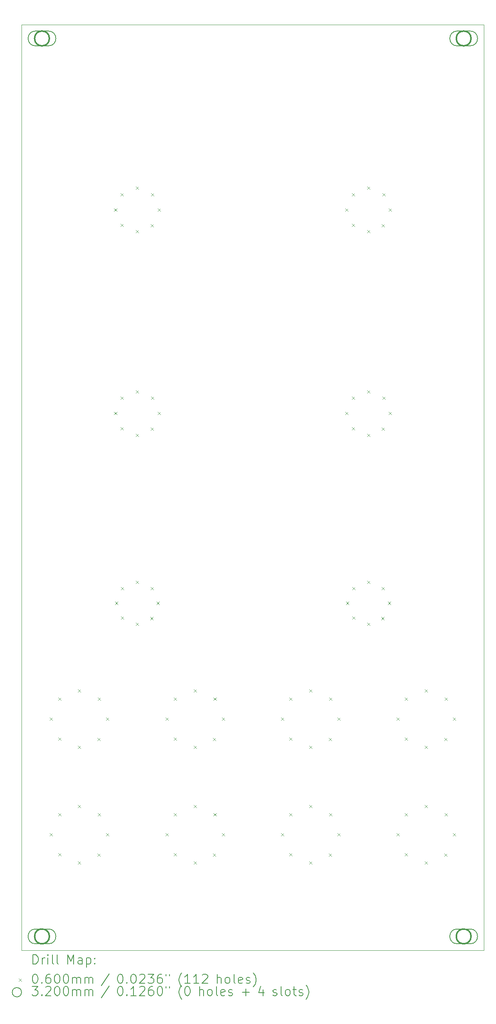
<source format=gbr>
%TF.GenerationSoftware,KiCad,Pcbnew,7.0.0-da2b9df05c~163~ubuntu22.04.1*%
%TF.CreationDate,2023-02-21T20:49:09-05:00*%
%TF.ProjectId,mfos_vca-panel,6d666f73-5f76-4636-912d-70616e656c2e,rev?*%
%TF.SameCoordinates,Original*%
%TF.FileFunction,Drillmap*%
%TF.FilePolarity,Positive*%
%FSLAX45Y45*%
G04 Gerber Fmt 4.5, Leading zero omitted, Abs format (unit mm)*
G04 Created by KiCad (PCBNEW 7.0.0-da2b9df05c~163~ubuntu22.04.1) date 2023-02-21 20:49:09*
%MOMM*%
%LPD*%
G01*
G04 APERTURE LIST*
%ADD10C,0.050000*%
%ADD11C,0.200000*%
%ADD12C,0.060000*%
%ADD13C,0.320000*%
G04 APERTURE END LIST*
D10*
X1700000Y-600000D02*
X11700000Y-600000D01*
X11700000Y-600000D02*
X11700000Y-20600000D01*
X11700000Y-20600000D02*
X1700000Y-20600000D01*
X1700000Y-20600000D02*
X1700000Y-600000D01*
D11*
D12*
X2310000Y-15570000D02*
X2370000Y-15630000D01*
X2370000Y-15570000D02*
X2310000Y-15630000D01*
X2310000Y-18070000D02*
X2370000Y-18130000D01*
X2370000Y-18070000D02*
X2310000Y-18130000D01*
X2490000Y-15140000D02*
X2550000Y-15200000D01*
X2550000Y-15140000D02*
X2490000Y-15200000D01*
X2490000Y-16000000D02*
X2550000Y-16060000D01*
X2550000Y-16000000D02*
X2490000Y-16060000D01*
X2490000Y-17640000D02*
X2550000Y-17700000D01*
X2550000Y-17640000D02*
X2490000Y-17700000D01*
X2490000Y-18500000D02*
X2550000Y-18560000D01*
X2550000Y-18500000D02*
X2490000Y-18560000D01*
X2920000Y-14960000D02*
X2980000Y-15020000D01*
X2980000Y-14960000D02*
X2920000Y-15020000D01*
X2920000Y-16180000D02*
X2980000Y-16240000D01*
X2980000Y-16180000D02*
X2920000Y-16240000D01*
X2920000Y-17460000D02*
X2980000Y-17520000D01*
X2980000Y-17460000D02*
X2920000Y-17520000D01*
X2920000Y-18680000D02*
X2980000Y-18740000D01*
X2980000Y-18680000D02*
X2920000Y-18740000D01*
X3340000Y-16010000D02*
X3400000Y-16070000D01*
X3400000Y-16010000D02*
X3340000Y-16070000D01*
X3340000Y-18510000D02*
X3400000Y-18570000D01*
X3400000Y-18510000D02*
X3340000Y-18570000D01*
X3350000Y-15140000D02*
X3410000Y-15200000D01*
X3410000Y-15140000D02*
X3350000Y-15200000D01*
X3350000Y-17640000D02*
X3410000Y-17700000D01*
X3410000Y-17640000D02*
X3350000Y-17700000D01*
X3530000Y-15570000D02*
X3590000Y-15630000D01*
X3590000Y-15570000D02*
X3530000Y-15630000D01*
X3530000Y-18070000D02*
X3590000Y-18130000D01*
X3590000Y-18070000D02*
X3530000Y-18130000D01*
X3700000Y-4570000D02*
X3760000Y-4630000D01*
X3760000Y-4570000D02*
X3700000Y-4630000D01*
X3700000Y-8970000D02*
X3760000Y-9030000D01*
X3760000Y-8970000D02*
X3700000Y-9030000D01*
X3720000Y-13070000D02*
X3780000Y-13130000D01*
X3780000Y-13070000D02*
X3720000Y-13130000D01*
X3840000Y-4240000D02*
X3900000Y-4300000D01*
X3900000Y-4240000D02*
X3840000Y-4300000D01*
X3840000Y-4900000D02*
X3900000Y-4960000D01*
X3900000Y-4900000D02*
X3840000Y-4960000D01*
X3840000Y-8640000D02*
X3900000Y-8700000D01*
X3900000Y-8640000D02*
X3840000Y-8700000D01*
X3840000Y-9300000D02*
X3900000Y-9360000D01*
X3900000Y-9300000D02*
X3840000Y-9360000D01*
X3850000Y-12750000D02*
X3910000Y-12810000D01*
X3910000Y-12750000D02*
X3850000Y-12810000D01*
X3850000Y-13390000D02*
X3910000Y-13450000D01*
X3910000Y-13390000D02*
X3850000Y-13450000D01*
X4170000Y-4100000D02*
X4230000Y-4160000D01*
X4230000Y-4100000D02*
X4170000Y-4160000D01*
X4170000Y-5040000D02*
X4230000Y-5100000D01*
X4230000Y-5040000D02*
X4170000Y-5100000D01*
X4170000Y-8500000D02*
X4230000Y-8560000D01*
X4230000Y-8500000D02*
X4170000Y-8560000D01*
X4170000Y-9440000D02*
X4230000Y-9500000D01*
X4230000Y-9440000D02*
X4170000Y-9500000D01*
X4170000Y-12620000D02*
X4230000Y-12680000D01*
X4230000Y-12620000D02*
X4170000Y-12680000D01*
X4170000Y-13520000D02*
X4230000Y-13580000D01*
X4230000Y-13520000D02*
X4170000Y-13580000D01*
X4480000Y-13400000D02*
X4540000Y-13460000D01*
X4540000Y-13400000D02*
X4480000Y-13460000D01*
X4490000Y-4910000D02*
X4550000Y-4970000D01*
X4550000Y-4910000D02*
X4490000Y-4970000D01*
X4490000Y-9310000D02*
X4550000Y-9370000D01*
X4550000Y-9310000D02*
X4490000Y-9370000D01*
X4490000Y-12750000D02*
X4550000Y-12810000D01*
X4550000Y-12750000D02*
X4490000Y-12810000D01*
X4500000Y-4240000D02*
X4560000Y-4300000D01*
X4560000Y-4240000D02*
X4500000Y-4300000D01*
X4500000Y-8640000D02*
X4560000Y-8700000D01*
X4560000Y-8640000D02*
X4500000Y-8700000D01*
X4620000Y-13070000D02*
X4680000Y-13130000D01*
X4680000Y-13070000D02*
X4620000Y-13130000D01*
X4640000Y-4570000D02*
X4700000Y-4630000D01*
X4700000Y-4570000D02*
X4640000Y-4630000D01*
X4640000Y-8970000D02*
X4700000Y-9030000D01*
X4700000Y-8970000D02*
X4640000Y-9030000D01*
X4810000Y-15570000D02*
X4870000Y-15630000D01*
X4870000Y-15570000D02*
X4810000Y-15630000D01*
X4810000Y-18070000D02*
X4870000Y-18130000D01*
X4870000Y-18070000D02*
X4810000Y-18130000D01*
X4990000Y-15140000D02*
X5050000Y-15200000D01*
X5050000Y-15140000D02*
X4990000Y-15200000D01*
X4990000Y-16000000D02*
X5050000Y-16060000D01*
X5050000Y-16000000D02*
X4990000Y-16060000D01*
X4990000Y-17640000D02*
X5050000Y-17700000D01*
X5050000Y-17640000D02*
X4990000Y-17700000D01*
X4990000Y-18500000D02*
X5050000Y-18560000D01*
X5050000Y-18500000D02*
X4990000Y-18560000D01*
X5420000Y-14960000D02*
X5480000Y-15020000D01*
X5480000Y-14960000D02*
X5420000Y-15020000D01*
X5420000Y-16180000D02*
X5480000Y-16240000D01*
X5480000Y-16180000D02*
X5420000Y-16240000D01*
X5420000Y-17460000D02*
X5480000Y-17520000D01*
X5480000Y-17460000D02*
X5420000Y-17520000D01*
X5420000Y-18680000D02*
X5480000Y-18740000D01*
X5480000Y-18680000D02*
X5420000Y-18740000D01*
X5840000Y-16010000D02*
X5900000Y-16070000D01*
X5900000Y-16010000D02*
X5840000Y-16070000D01*
X5840000Y-18510000D02*
X5900000Y-18570000D01*
X5900000Y-18510000D02*
X5840000Y-18570000D01*
X5850000Y-15140000D02*
X5910000Y-15200000D01*
X5910000Y-15140000D02*
X5850000Y-15200000D01*
X5850000Y-17640000D02*
X5910000Y-17700000D01*
X5910000Y-17640000D02*
X5850000Y-17700000D01*
X6030000Y-15570000D02*
X6090000Y-15630000D01*
X6090000Y-15570000D02*
X6030000Y-15630000D01*
X6030000Y-18070000D02*
X6090000Y-18130000D01*
X6090000Y-18070000D02*
X6030000Y-18130000D01*
X7310000Y-15570000D02*
X7370000Y-15630000D01*
X7370000Y-15570000D02*
X7310000Y-15630000D01*
X7310000Y-18070000D02*
X7370000Y-18130000D01*
X7370000Y-18070000D02*
X7310000Y-18130000D01*
X7490000Y-15140000D02*
X7550000Y-15200000D01*
X7550000Y-15140000D02*
X7490000Y-15200000D01*
X7490000Y-16000000D02*
X7550000Y-16060000D01*
X7550000Y-16000000D02*
X7490000Y-16060000D01*
X7490000Y-17640000D02*
X7550000Y-17700000D01*
X7550000Y-17640000D02*
X7490000Y-17700000D01*
X7490000Y-18500000D02*
X7550000Y-18560000D01*
X7550000Y-18500000D02*
X7490000Y-18560000D01*
X7920000Y-14960000D02*
X7980000Y-15020000D01*
X7980000Y-14960000D02*
X7920000Y-15020000D01*
X7920000Y-16180000D02*
X7980000Y-16240000D01*
X7980000Y-16180000D02*
X7920000Y-16240000D01*
X7920000Y-17460000D02*
X7980000Y-17520000D01*
X7980000Y-17460000D02*
X7920000Y-17520000D01*
X7920000Y-18680000D02*
X7980000Y-18740000D01*
X7980000Y-18680000D02*
X7920000Y-18740000D01*
X8340000Y-16010000D02*
X8400000Y-16070000D01*
X8400000Y-16010000D02*
X8340000Y-16070000D01*
X8340000Y-18510000D02*
X8400000Y-18570000D01*
X8400000Y-18510000D02*
X8340000Y-18570000D01*
X8350000Y-15140000D02*
X8410000Y-15200000D01*
X8410000Y-15140000D02*
X8350000Y-15200000D01*
X8350000Y-17640000D02*
X8410000Y-17700000D01*
X8410000Y-17640000D02*
X8350000Y-17700000D01*
X8530000Y-15570000D02*
X8590000Y-15630000D01*
X8590000Y-15570000D02*
X8530000Y-15630000D01*
X8530000Y-18070000D02*
X8590000Y-18130000D01*
X8590000Y-18070000D02*
X8530000Y-18130000D01*
X8700000Y-4570000D02*
X8760000Y-4630000D01*
X8760000Y-4570000D02*
X8700000Y-4630000D01*
X8700000Y-8970000D02*
X8760000Y-9030000D01*
X8760000Y-8970000D02*
X8700000Y-9030000D01*
X8720000Y-13070000D02*
X8780000Y-13130000D01*
X8780000Y-13070000D02*
X8720000Y-13130000D01*
X8840000Y-4240000D02*
X8900000Y-4300000D01*
X8900000Y-4240000D02*
X8840000Y-4300000D01*
X8840000Y-4900000D02*
X8900000Y-4960000D01*
X8900000Y-4900000D02*
X8840000Y-4960000D01*
X8840000Y-8640000D02*
X8900000Y-8700000D01*
X8900000Y-8640000D02*
X8840000Y-8700000D01*
X8840000Y-9300000D02*
X8900000Y-9360000D01*
X8900000Y-9300000D02*
X8840000Y-9360000D01*
X8850000Y-12750000D02*
X8910000Y-12810000D01*
X8910000Y-12750000D02*
X8850000Y-12810000D01*
X8850000Y-13390000D02*
X8910000Y-13450000D01*
X8910000Y-13390000D02*
X8850000Y-13450000D01*
X9170000Y-4100000D02*
X9230000Y-4160000D01*
X9230000Y-4100000D02*
X9170000Y-4160000D01*
X9170000Y-5040000D02*
X9230000Y-5100000D01*
X9230000Y-5040000D02*
X9170000Y-5100000D01*
X9170000Y-8500000D02*
X9230000Y-8560000D01*
X9230000Y-8500000D02*
X9170000Y-8560000D01*
X9170000Y-9440000D02*
X9230000Y-9500000D01*
X9230000Y-9440000D02*
X9170000Y-9500000D01*
X9170000Y-12620000D02*
X9230000Y-12680000D01*
X9230000Y-12620000D02*
X9170000Y-12680000D01*
X9170000Y-13520000D02*
X9230000Y-13580000D01*
X9230000Y-13520000D02*
X9170000Y-13580000D01*
X9480000Y-13400000D02*
X9540000Y-13460000D01*
X9540000Y-13400000D02*
X9480000Y-13460000D01*
X9490000Y-4910000D02*
X9550000Y-4970000D01*
X9550000Y-4910000D02*
X9490000Y-4970000D01*
X9490000Y-9310000D02*
X9550000Y-9370000D01*
X9550000Y-9310000D02*
X9490000Y-9370000D01*
X9490000Y-12750000D02*
X9550000Y-12810000D01*
X9550000Y-12750000D02*
X9490000Y-12810000D01*
X9500000Y-4240000D02*
X9560000Y-4300000D01*
X9560000Y-4240000D02*
X9500000Y-4300000D01*
X9500000Y-8640000D02*
X9560000Y-8700000D01*
X9560000Y-8640000D02*
X9500000Y-8700000D01*
X9620000Y-13070000D02*
X9680000Y-13130000D01*
X9680000Y-13070000D02*
X9620000Y-13130000D01*
X9640000Y-4570000D02*
X9700000Y-4630000D01*
X9700000Y-4570000D02*
X9640000Y-4630000D01*
X9640000Y-8970000D02*
X9700000Y-9030000D01*
X9700000Y-8970000D02*
X9640000Y-9030000D01*
X9810000Y-15570000D02*
X9870000Y-15630000D01*
X9870000Y-15570000D02*
X9810000Y-15630000D01*
X9810000Y-18070000D02*
X9870000Y-18130000D01*
X9870000Y-18070000D02*
X9810000Y-18130000D01*
X9990000Y-15140000D02*
X10050000Y-15200000D01*
X10050000Y-15140000D02*
X9990000Y-15200000D01*
X9990000Y-16000000D02*
X10050000Y-16060000D01*
X10050000Y-16000000D02*
X9990000Y-16060000D01*
X9990000Y-17640000D02*
X10050000Y-17700000D01*
X10050000Y-17640000D02*
X9990000Y-17700000D01*
X9990000Y-18500000D02*
X10050000Y-18560000D01*
X10050000Y-18500000D02*
X9990000Y-18560000D01*
X10420000Y-14960000D02*
X10480000Y-15020000D01*
X10480000Y-14960000D02*
X10420000Y-15020000D01*
X10420000Y-16180000D02*
X10480000Y-16240000D01*
X10480000Y-16180000D02*
X10420000Y-16240000D01*
X10420000Y-17460000D02*
X10480000Y-17520000D01*
X10480000Y-17460000D02*
X10420000Y-17520000D01*
X10420000Y-18680000D02*
X10480000Y-18740000D01*
X10480000Y-18680000D02*
X10420000Y-18740000D01*
X10840000Y-16010000D02*
X10900000Y-16070000D01*
X10900000Y-16010000D02*
X10840000Y-16070000D01*
X10840000Y-18510000D02*
X10900000Y-18570000D01*
X10900000Y-18510000D02*
X10840000Y-18570000D01*
X10850000Y-15140000D02*
X10910000Y-15200000D01*
X10910000Y-15140000D02*
X10850000Y-15200000D01*
X10850000Y-17640000D02*
X10910000Y-17700000D01*
X10910000Y-17640000D02*
X10850000Y-17700000D01*
X11030000Y-15570000D02*
X11090000Y-15630000D01*
X11090000Y-15570000D02*
X11030000Y-15630000D01*
X11030000Y-18070000D02*
X11090000Y-18130000D01*
X11090000Y-18070000D02*
X11030000Y-18130000D01*
D13*
X2300000Y-900000D02*
G75*
G03*
X2300000Y-900000I-160000J0D01*
G01*
D11*
X2000000Y-1060000D02*
X2280000Y-1060000D01*
X2280000Y-1060000D02*
G75*
G03*
X2280000Y-740000I0J160000D01*
G01*
X2280000Y-740000D02*
X2000000Y-740000D01*
X2000000Y-740000D02*
G75*
G03*
X2000000Y-1060000I0J-160000D01*
G01*
D13*
X2300000Y-20300000D02*
G75*
G03*
X2300000Y-20300000I-160000J0D01*
G01*
D11*
X2000000Y-20460000D02*
X2280000Y-20460000D01*
X2280000Y-20460000D02*
G75*
G03*
X2280000Y-20140000I0J160000D01*
G01*
X2280000Y-20140000D02*
X2000000Y-20140000D01*
X2000000Y-20140000D02*
G75*
G03*
X2000000Y-20460000I0J-160000D01*
G01*
D13*
X11420000Y-900000D02*
G75*
G03*
X11420000Y-900000I-160000J0D01*
G01*
D11*
X11400000Y-740000D02*
X11120000Y-740000D01*
X11120000Y-740000D02*
G75*
G03*
X11120000Y-1060000I0J-160000D01*
G01*
X11120000Y-1060000D02*
X11400000Y-1060000D01*
X11400000Y-1060000D02*
G75*
G03*
X11400000Y-740000I0J160000D01*
G01*
D13*
X11420000Y-20300000D02*
G75*
G03*
X11420000Y-20300000I-160000J0D01*
G01*
D11*
X11400000Y-20140000D02*
X11120000Y-20140000D01*
X11120000Y-20140000D02*
G75*
G03*
X11120000Y-20460000I0J-160000D01*
G01*
X11120000Y-20460000D02*
X11400000Y-20460000D01*
X11400000Y-20460000D02*
G75*
G03*
X11400000Y-20140000I0J160000D01*
G01*
X1945119Y-20895976D02*
X1945119Y-20695976D01*
X1945119Y-20695976D02*
X1992738Y-20695976D01*
X1992738Y-20695976D02*
X2021309Y-20705500D01*
X2021309Y-20705500D02*
X2040357Y-20724548D01*
X2040357Y-20724548D02*
X2049881Y-20743595D01*
X2049881Y-20743595D02*
X2059405Y-20781690D01*
X2059405Y-20781690D02*
X2059405Y-20810262D01*
X2059405Y-20810262D02*
X2049881Y-20848357D01*
X2049881Y-20848357D02*
X2040357Y-20867405D01*
X2040357Y-20867405D02*
X2021309Y-20886452D01*
X2021309Y-20886452D02*
X1992738Y-20895976D01*
X1992738Y-20895976D02*
X1945119Y-20895976D01*
X2145119Y-20895976D02*
X2145119Y-20762643D01*
X2145119Y-20800738D02*
X2154643Y-20781690D01*
X2154643Y-20781690D02*
X2164167Y-20772167D01*
X2164167Y-20772167D02*
X2183214Y-20762643D01*
X2183214Y-20762643D02*
X2202262Y-20762643D01*
X2268929Y-20895976D02*
X2268929Y-20762643D01*
X2268929Y-20695976D02*
X2259405Y-20705500D01*
X2259405Y-20705500D02*
X2268929Y-20715024D01*
X2268929Y-20715024D02*
X2278452Y-20705500D01*
X2278452Y-20705500D02*
X2268929Y-20695976D01*
X2268929Y-20695976D02*
X2268929Y-20715024D01*
X2392738Y-20895976D02*
X2373690Y-20886452D01*
X2373690Y-20886452D02*
X2364167Y-20867405D01*
X2364167Y-20867405D02*
X2364167Y-20695976D01*
X2497500Y-20895976D02*
X2478452Y-20886452D01*
X2478452Y-20886452D02*
X2468929Y-20867405D01*
X2468929Y-20867405D02*
X2468929Y-20695976D01*
X2693690Y-20895976D02*
X2693690Y-20695976D01*
X2693690Y-20695976D02*
X2760357Y-20838833D01*
X2760357Y-20838833D02*
X2827024Y-20695976D01*
X2827024Y-20695976D02*
X2827024Y-20895976D01*
X3007976Y-20895976D02*
X3007976Y-20791214D01*
X3007976Y-20791214D02*
X2998452Y-20772167D01*
X2998452Y-20772167D02*
X2979405Y-20762643D01*
X2979405Y-20762643D02*
X2941309Y-20762643D01*
X2941309Y-20762643D02*
X2922262Y-20772167D01*
X3007976Y-20886452D02*
X2988928Y-20895976D01*
X2988928Y-20895976D02*
X2941309Y-20895976D01*
X2941309Y-20895976D02*
X2922262Y-20886452D01*
X2922262Y-20886452D02*
X2912738Y-20867405D01*
X2912738Y-20867405D02*
X2912738Y-20848357D01*
X2912738Y-20848357D02*
X2922262Y-20829310D01*
X2922262Y-20829310D02*
X2941309Y-20819786D01*
X2941309Y-20819786D02*
X2988928Y-20819786D01*
X2988928Y-20819786D02*
X3007976Y-20810262D01*
X3103214Y-20762643D02*
X3103214Y-20962643D01*
X3103214Y-20772167D02*
X3122262Y-20762643D01*
X3122262Y-20762643D02*
X3160357Y-20762643D01*
X3160357Y-20762643D02*
X3179405Y-20772167D01*
X3179405Y-20772167D02*
X3188928Y-20781690D01*
X3188928Y-20781690D02*
X3198452Y-20800738D01*
X3198452Y-20800738D02*
X3198452Y-20857881D01*
X3198452Y-20857881D02*
X3188928Y-20876929D01*
X3188928Y-20876929D02*
X3179405Y-20886452D01*
X3179405Y-20886452D02*
X3160357Y-20895976D01*
X3160357Y-20895976D02*
X3122262Y-20895976D01*
X3122262Y-20895976D02*
X3103214Y-20886452D01*
X3284167Y-20876929D02*
X3293690Y-20886452D01*
X3293690Y-20886452D02*
X3284167Y-20895976D01*
X3284167Y-20895976D02*
X3274643Y-20886452D01*
X3274643Y-20886452D02*
X3284167Y-20876929D01*
X3284167Y-20876929D02*
X3284167Y-20895976D01*
X3284167Y-20772167D02*
X3293690Y-20781690D01*
X3293690Y-20781690D02*
X3284167Y-20791214D01*
X3284167Y-20791214D02*
X3274643Y-20781690D01*
X3274643Y-20781690D02*
X3284167Y-20772167D01*
X3284167Y-20772167D02*
X3284167Y-20791214D01*
D12*
X1637500Y-21212500D02*
X1697500Y-21272500D01*
X1697500Y-21212500D02*
X1637500Y-21272500D01*
D11*
X1983214Y-21115976D02*
X2002262Y-21115976D01*
X2002262Y-21115976D02*
X2021309Y-21125500D01*
X2021309Y-21125500D02*
X2030833Y-21135024D01*
X2030833Y-21135024D02*
X2040357Y-21154071D01*
X2040357Y-21154071D02*
X2049881Y-21192167D01*
X2049881Y-21192167D02*
X2049881Y-21239786D01*
X2049881Y-21239786D02*
X2040357Y-21277881D01*
X2040357Y-21277881D02*
X2030833Y-21296929D01*
X2030833Y-21296929D02*
X2021309Y-21306452D01*
X2021309Y-21306452D02*
X2002262Y-21315976D01*
X2002262Y-21315976D02*
X1983214Y-21315976D01*
X1983214Y-21315976D02*
X1964167Y-21306452D01*
X1964167Y-21306452D02*
X1954643Y-21296929D01*
X1954643Y-21296929D02*
X1945119Y-21277881D01*
X1945119Y-21277881D02*
X1935595Y-21239786D01*
X1935595Y-21239786D02*
X1935595Y-21192167D01*
X1935595Y-21192167D02*
X1945119Y-21154071D01*
X1945119Y-21154071D02*
X1954643Y-21135024D01*
X1954643Y-21135024D02*
X1964167Y-21125500D01*
X1964167Y-21125500D02*
X1983214Y-21115976D01*
X2135595Y-21296929D02*
X2145119Y-21306452D01*
X2145119Y-21306452D02*
X2135595Y-21315976D01*
X2135595Y-21315976D02*
X2126071Y-21306452D01*
X2126071Y-21306452D02*
X2135595Y-21296929D01*
X2135595Y-21296929D02*
X2135595Y-21315976D01*
X2316548Y-21115976D02*
X2278452Y-21115976D01*
X2278452Y-21115976D02*
X2259405Y-21125500D01*
X2259405Y-21125500D02*
X2249881Y-21135024D01*
X2249881Y-21135024D02*
X2230833Y-21163595D01*
X2230833Y-21163595D02*
X2221310Y-21201690D01*
X2221310Y-21201690D02*
X2221310Y-21277881D01*
X2221310Y-21277881D02*
X2230833Y-21296929D01*
X2230833Y-21296929D02*
X2240357Y-21306452D01*
X2240357Y-21306452D02*
X2259405Y-21315976D01*
X2259405Y-21315976D02*
X2297500Y-21315976D01*
X2297500Y-21315976D02*
X2316548Y-21306452D01*
X2316548Y-21306452D02*
X2326071Y-21296929D01*
X2326071Y-21296929D02*
X2335595Y-21277881D01*
X2335595Y-21277881D02*
X2335595Y-21230262D01*
X2335595Y-21230262D02*
X2326071Y-21211214D01*
X2326071Y-21211214D02*
X2316548Y-21201690D01*
X2316548Y-21201690D02*
X2297500Y-21192167D01*
X2297500Y-21192167D02*
X2259405Y-21192167D01*
X2259405Y-21192167D02*
X2240357Y-21201690D01*
X2240357Y-21201690D02*
X2230833Y-21211214D01*
X2230833Y-21211214D02*
X2221310Y-21230262D01*
X2459405Y-21115976D02*
X2478452Y-21115976D01*
X2478452Y-21115976D02*
X2497500Y-21125500D01*
X2497500Y-21125500D02*
X2507024Y-21135024D01*
X2507024Y-21135024D02*
X2516548Y-21154071D01*
X2516548Y-21154071D02*
X2526071Y-21192167D01*
X2526071Y-21192167D02*
X2526071Y-21239786D01*
X2526071Y-21239786D02*
X2516548Y-21277881D01*
X2516548Y-21277881D02*
X2507024Y-21296929D01*
X2507024Y-21296929D02*
X2497500Y-21306452D01*
X2497500Y-21306452D02*
X2478452Y-21315976D01*
X2478452Y-21315976D02*
X2459405Y-21315976D01*
X2459405Y-21315976D02*
X2440357Y-21306452D01*
X2440357Y-21306452D02*
X2430833Y-21296929D01*
X2430833Y-21296929D02*
X2421310Y-21277881D01*
X2421310Y-21277881D02*
X2411786Y-21239786D01*
X2411786Y-21239786D02*
X2411786Y-21192167D01*
X2411786Y-21192167D02*
X2421310Y-21154071D01*
X2421310Y-21154071D02*
X2430833Y-21135024D01*
X2430833Y-21135024D02*
X2440357Y-21125500D01*
X2440357Y-21125500D02*
X2459405Y-21115976D01*
X2649881Y-21115976D02*
X2668929Y-21115976D01*
X2668929Y-21115976D02*
X2687976Y-21125500D01*
X2687976Y-21125500D02*
X2697500Y-21135024D01*
X2697500Y-21135024D02*
X2707024Y-21154071D01*
X2707024Y-21154071D02*
X2716548Y-21192167D01*
X2716548Y-21192167D02*
X2716548Y-21239786D01*
X2716548Y-21239786D02*
X2707024Y-21277881D01*
X2707024Y-21277881D02*
X2697500Y-21296929D01*
X2697500Y-21296929D02*
X2687976Y-21306452D01*
X2687976Y-21306452D02*
X2668929Y-21315976D01*
X2668929Y-21315976D02*
X2649881Y-21315976D01*
X2649881Y-21315976D02*
X2630833Y-21306452D01*
X2630833Y-21306452D02*
X2621310Y-21296929D01*
X2621310Y-21296929D02*
X2611786Y-21277881D01*
X2611786Y-21277881D02*
X2602262Y-21239786D01*
X2602262Y-21239786D02*
X2602262Y-21192167D01*
X2602262Y-21192167D02*
X2611786Y-21154071D01*
X2611786Y-21154071D02*
X2621310Y-21135024D01*
X2621310Y-21135024D02*
X2630833Y-21125500D01*
X2630833Y-21125500D02*
X2649881Y-21115976D01*
X2802262Y-21315976D02*
X2802262Y-21182643D01*
X2802262Y-21201690D02*
X2811786Y-21192167D01*
X2811786Y-21192167D02*
X2830833Y-21182643D01*
X2830833Y-21182643D02*
X2859405Y-21182643D01*
X2859405Y-21182643D02*
X2878452Y-21192167D01*
X2878452Y-21192167D02*
X2887976Y-21211214D01*
X2887976Y-21211214D02*
X2887976Y-21315976D01*
X2887976Y-21211214D02*
X2897500Y-21192167D01*
X2897500Y-21192167D02*
X2916548Y-21182643D01*
X2916548Y-21182643D02*
X2945119Y-21182643D01*
X2945119Y-21182643D02*
X2964167Y-21192167D01*
X2964167Y-21192167D02*
X2973690Y-21211214D01*
X2973690Y-21211214D02*
X2973690Y-21315976D01*
X3068929Y-21315976D02*
X3068929Y-21182643D01*
X3068929Y-21201690D02*
X3078452Y-21192167D01*
X3078452Y-21192167D02*
X3097500Y-21182643D01*
X3097500Y-21182643D02*
X3126071Y-21182643D01*
X3126071Y-21182643D02*
X3145119Y-21192167D01*
X3145119Y-21192167D02*
X3154643Y-21211214D01*
X3154643Y-21211214D02*
X3154643Y-21315976D01*
X3154643Y-21211214D02*
X3164167Y-21192167D01*
X3164167Y-21192167D02*
X3183214Y-21182643D01*
X3183214Y-21182643D02*
X3211786Y-21182643D01*
X3211786Y-21182643D02*
X3230833Y-21192167D01*
X3230833Y-21192167D02*
X3240357Y-21211214D01*
X3240357Y-21211214D02*
X3240357Y-21315976D01*
X3598452Y-21106452D02*
X3427024Y-21363595D01*
X3823214Y-21115976D02*
X3842262Y-21115976D01*
X3842262Y-21115976D02*
X3861310Y-21125500D01*
X3861310Y-21125500D02*
X3870833Y-21135024D01*
X3870833Y-21135024D02*
X3880357Y-21154071D01*
X3880357Y-21154071D02*
X3889881Y-21192167D01*
X3889881Y-21192167D02*
X3889881Y-21239786D01*
X3889881Y-21239786D02*
X3880357Y-21277881D01*
X3880357Y-21277881D02*
X3870833Y-21296929D01*
X3870833Y-21296929D02*
X3861310Y-21306452D01*
X3861310Y-21306452D02*
X3842262Y-21315976D01*
X3842262Y-21315976D02*
X3823214Y-21315976D01*
X3823214Y-21315976D02*
X3804167Y-21306452D01*
X3804167Y-21306452D02*
X3794643Y-21296929D01*
X3794643Y-21296929D02*
X3785119Y-21277881D01*
X3785119Y-21277881D02*
X3775595Y-21239786D01*
X3775595Y-21239786D02*
X3775595Y-21192167D01*
X3775595Y-21192167D02*
X3785119Y-21154071D01*
X3785119Y-21154071D02*
X3794643Y-21135024D01*
X3794643Y-21135024D02*
X3804167Y-21125500D01*
X3804167Y-21125500D02*
X3823214Y-21115976D01*
X3975595Y-21296929D02*
X3985119Y-21306452D01*
X3985119Y-21306452D02*
X3975595Y-21315976D01*
X3975595Y-21315976D02*
X3966071Y-21306452D01*
X3966071Y-21306452D02*
X3975595Y-21296929D01*
X3975595Y-21296929D02*
X3975595Y-21315976D01*
X4108929Y-21115976D02*
X4127976Y-21115976D01*
X4127976Y-21115976D02*
X4147024Y-21125500D01*
X4147024Y-21125500D02*
X4156548Y-21135024D01*
X4156548Y-21135024D02*
X4166071Y-21154071D01*
X4166071Y-21154071D02*
X4175595Y-21192167D01*
X4175595Y-21192167D02*
X4175595Y-21239786D01*
X4175595Y-21239786D02*
X4166071Y-21277881D01*
X4166071Y-21277881D02*
X4156548Y-21296929D01*
X4156548Y-21296929D02*
X4147024Y-21306452D01*
X4147024Y-21306452D02*
X4127976Y-21315976D01*
X4127976Y-21315976D02*
X4108929Y-21315976D01*
X4108929Y-21315976D02*
X4089881Y-21306452D01*
X4089881Y-21306452D02*
X4080357Y-21296929D01*
X4080357Y-21296929D02*
X4070833Y-21277881D01*
X4070833Y-21277881D02*
X4061310Y-21239786D01*
X4061310Y-21239786D02*
X4061310Y-21192167D01*
X4061310Y-21192167D02*
X4070833Y-21154071D01*
X4070833Y-21154071D02*
X4080357Y-21135024D01*
X4080357Y-21135024D02*
X4089881Y-21125500D01*
X4089881Y-21125500D02*
X4108929Y-21115976D01*
X4251786Y-21135024D02*
X4261310Y-21125500D01*
X4261310Y-21125500D02*
X4280357Y-21115976D01*
X4280357Y-21115976D02*
X4327976Y-21115976D01*
X4327976Y-21115976D02*
X4347024Y-21125500D01*
X4347024Y-21125500D02*
X4356548Y-21135024D01*
X4356548Y-21135024D02*
X4366072Y-21154071D01*
X4366072Y-21154071D02*
X4366072Y-21173119D01*
X4366072Y-21173119D02*
X4356548Y-21201690D01*
X4356548Y-21201690D02*
X4242262Y-21315976D01*
X4242262Y-21315976D02*
X4366072Y-21315976D01*
X4432738Y-21115976D02*
X4556548Y-21115976D01*
X4556548Y-21115976D02*
X4489881Y-21192167D01*
X4489881Y-21192167D02*
X4518453Y-21192167D01*
X4518453Y-21192167D02*
X4537500Y-21201690D01*
X4537500Y-21201690D02*
X4547024Y-21211214D01*
X4547024Y-21211214D02*
X4556548Y-21230262D01*
X4556548Y-21230262D02*
X4556548Y-21277881D01*
X4556548Y-21277881D02*
X4547024Y-21296929D01*
X4547024Y-21296929D02*
X4537500Y-21306452D01*
X4537500Y-21306452D02*
X4518453Y-21315976D01*
X4518453Y-21315976D02*
X4461310Y-21315976D01*
X4461310Y-21315976D02*
X4442262Y-21306452D01*
X4442262Y-21306452D02*
X4432738Y-21296929D01*
X4727976Y-21115976D02*
X4689881Y-21115976D01*
X4689881Y-21115976D02*
X4670833Y-21125500D01*
X4670833Y-21125500D02*
X4661310Y-21135024D01*
X4661310Y-21135024D02*
X4642262Y-21163595D01*
X4642262Y-21163595D02*
X4632738Y-21201690D01*
X4632738Y-21201690D02*
X4632738Y-21277881D01*
X4632738Y-21277881D02*
X4642262Y-21296929D01*
X4642262Y-21296929D02*
X4651786Y-21306452D01*
X4651786Y-21306452D02*
X4670833Y-21315976D01*
X4670833Y-21315976D02*
X4708929Y-21315976D01*
X4708929Y-21315976D02*
X4727976Y-21306452D01*
X4727976Y-21306452D02*
X4737500Y-21296929D01*
X4737500Y-21296929D02*
X4747024Y-21277881D01*
X4747024Y-21277881D02*
X4747024Y-21230262D01*
X4747024Y-21230262D02*
X4737500Y-21211214D01*
X4737500Y-21211214D02*
X4727976Y-21201690D01*
X4727976Y-21201690D02*
X4708929Y-21192167D01*
X4708929Y-21192167D02*
X4670833Y-21192167D01*
X4670833Y-21192167D02*
X4651786Y-21201690D01*
X4651786Y-21201690D02*
X4642262Y-21211214D01*
X4642262Y-21211214D02*
X4632738Y-21230262D01*
X4823214Y-21115976D02*
X4823214Y-21154071D01*
X4899405Y-21115976D02*
X4899405Y-21154071D01*
X5162262Y-21392167D02*
X5152738Y-21382643D01*
X5152738Y-21382643D02*
X5133691Y-21354071D01*
X5133691Y-21354071D02*
X5124167Y-21335024D01*
X5124167Y-21335024D02*
X5114643Y-21306452D01*
X5114643Y-21306452D02*
X5105119Y-21258833D01*
X5105119Y-21258833D02*
X5105119Y-21220738D01*
X5105119Y-21220738D02*
X5114643Y-21173119D01*
X5114643Y-21173119D02*
X5124167Y-21144548D01*
X5124167Y-21144548D02*
X5133691Y-21125500D01*
X5133691Y-21125500D02*
X5152738Y-21096929D01*
X5152738Y-21096929D02*
X5162262Y-21087405D01*
X5343214Y-21315976D02*
X5228929Y-21315976D01*
X5286072Y-21315976D02*
X5286072Y-21115976D01*
X5286072Y-21115976D02*
X5267024Y-21144548D01*
X5267024Y-21144548D02*
X5247976Y-21163595D01*
X5247976Y-21163595D02*
X5228929Y-21173119D01*
X5533691Y-21315976D02*
X5419405Y-21315976D01*
X5476548Y-21315976D02*
X5476548Y-21115976D01*
X5476548Y-21115976D02*
X5457500Y-21144548D01*
X5457500Y-21144548D02*
X5438453Y-21163595D01*
X5438453Y-21163595D02*
X5419405Y-21173119D01*
X5609881Y-21135024D02*
X5619405Y-21125500D01*
X5619405Y-21125500D02*
X5638452Y-21115976D01*
X5638452Y-21115976D02*
X5686072Y-21115976D01*
X5686072Y-21115976D02*
X5705119Y-21125500D01*
X5705119Y-21125500D02*
X5714643Y-21135024D01*
X5714643Y-21135024D02*
X5724167Y-21154071D01*
X5724167Y-21154071D02*
X5724167Y-21173119D01*
X5724167Y-21173119D02*
X5714643Y-21201690D01*
X5714643Y-21201690D02*
X5600357Y-21315976D01*
X5600357Y-21315976D02*
X5724167Y-21315976D01*
X5929881Y-21315976D02*
X5929881Y-21115976D01*
X6015595Y-21315976D02*
X6015595Y-21211214D01*
X6015595Y-21211214D02*
X6006072Y-21192167D01*
X6006072Y-21192167D02*
X5987024Y-21182643D01*
X5987024Y-21182643D02*
X5958452Y-21182643D01*
X5958452Y-21182643D02*
X5939405Y-21192167D01*
X5939405Y-21192167D02*
X5929881Y-21201690D01*
X6139405Y-21315976D02*
X6120357Y-21306452D01*
X6120357Y-21306452D02*
X6110833Y-21296929D01*
X6110833Y-21296929D02*
X6101310Y-21277881D01*
X6101310Y-21277881D02*
X6101310Y-21220738D01*
X6101310Y-21220738D02*
X6110833Y-21201690D01*
X6110833Y-21201690D02*
X6120357Y-21192167D01*
X6120357Y-21192167D02*
X6139405Y-21182643D01*
X6139405Y-21182643D02*
X6167976Y-21182643D01*
X6167976Y-21182643D02*
X6187024Y-21192167D01*
X6187024Y-21192167D02*
X6196548Y-21201690D01*
X6196548Y-21201690D02*
X6206072Y-21220738D01*
X6206072Y-21220738D02*
X6206072Y-21277881D01*
X6206072Y-21277881D02*
X6196548Y-21296929D01*
X6196548Y-21296929D02*
X6187024Y-21306452D01*
X6187024Y-21306452D02*
X6167976Y-21315976D01*
X6167976Y-21315976D02*
X6139405Y-21315976D01*
X6320357Y-21315976D02*
X6301310Y-21306452D01*
X6301310Y-21306452D02*
X6291786Y-21287405D01*
X6291786Y-21287405D02*
X6291786Y-21115976D01*
X6472738Y-21306452D02*
X6453691Y-21315976D01*
X6453691Y-21315976D02*
X6415595Y-21315976D01*
X6415595Y-21315976D02*
X6396548Y-21306452D01*
X6396548Y-21306452D02*
X6387024Y-21287405D01*
X6387024Y-21287405D02*
X6387024Y-21211214D01*
X6387024Y-21211214D02*
X6396548Y-21192167D01*
X6396548Y-21192167D02*
X6415595Y-21182643D01*
X6415595Y-21182643D02*
X6453691Y-21182643D01*
X6453691Y-21182643D02*
X6472738Y-21192167D01*
X6472738Y-21192167D02*
X6482262Y-21211214D01*
X6482262Y-21211214D02*
X6482262Y-21230262D01*
X6482262Y-21230262D02*
X6387024Y-21249310D01*
X6558453Y-21306452D02*
X6577500Y-21315976D01*
X6577500Y-21315976D02*
X6615595Y-21315976D01*
X6615595Y-21315976D02*
X6634643Y-21306452D01*
X6634643Y-21306452D02*
X6644167Y-21287405D01*
X6644167Y-21287405D02*
X6644167Y-21277881D01*
X6644167Y-21277881D02*
X6634643Y-21258833D01*
X6634643Y-21258833D02*
X6615595Y-21249310D01*
X6615595Y-21249310D02*
X6587024Y-21249310D01*
X6587024Y-21249310D02*
X6567976Y-21239786D01*
X6567976Y-21239786D02*
X6558453Y-21220738D01*
X6558453Y-21220738D02*
X6558453Y-21211214D01*
X6558453Y-21211214D02*
X6567976Y-21192167D01*
X6567976Y-21192167D02*
X6587024Y-21182643D01*
X6587024Y-21182643D02*
X6615595Y-21182643D01*
X6615595Y-21182643D02*
X6634643Y-21192167D01*
X6710834Y-21392167D02*
X6720357Y-21382643D01*
X6720357Y-21382643D02*
X6739405Y-21354071D01*
X6739405Y-21354071D02*
X6748929Y-21335024D01*
X6748929Y-21335024D02*
X6758453Y-21306452D01*
X6758453Y-21306452D02*
X6767976Y-21258833D01*
X6767976Y-21258833D02*
X6767976Y-21220738D01*
X6767976Y-21220738D02*
X6758453Y-21173119D01*
X6758453Y-21173119D02*
X6748929Y-21144548D01*
X6748929Y-21144548D02*
X6739405Y-21125500D01*
X6739405Y-21125500D02*
X6720357Y-21096929D01*
X6720357Y-21096929D02*
X6710834Y-21087405D01*
X1697500Y-21506500D02*
G75*
G03*
X1697500Y-21506500I-100000J0D01*
G01*
X1926071Y-21379976D02*
X2049881Y-21379976D01*
X2049881Y-21379976D02*
X1983214Y-21456167D01*
X1983214Y-21456167D02*
X2011786Y-21456167D01*
X2011786Y-21456167D02*
X2030833Y-21465690D01*
X2030833Y-21465690D02*
X2040357Y-21475214D01*
X2040357Y-21475214D02*
X2049881Y-21494262D01*
X2049881Y-21494262D02*
X2049881Y-21541881D01*
X2049881Y-21541881D02*
X2040357Y-21560929D01*
X2040357Y-21560929D02*
X2030833Y-21570452D01*
X2030833Y-21570452D02*
X2011786Y-21579976D01*
X2011786Y-21579976D02*
X1954643Y-21579976D01*
X1954643Y-21579976D02*
X1935595Y-21570452D01*
X1935595Y-21570452D02*
X1926071Y-21560929D01*
X2135595Y-21560929D02*
X2145119Y-21570452D01*
X2145119Y-21570452D02*
X2135595Y-21579976D01*
X2135595Y-21579976D02*
X2126071Y-21570452D01*
X2126071Y-21570452D02*
X2135595Y-21560929D01*
X2135595Y-21560929D02*
X2135595Y-21579976D01*
X2221310Y-21399024D02*
X2230833Y-21389500D01*
X2230833Y-21389500D02*
X2249881Y-21379976D01*
X2249881Y-21379976D02*
X2297500Y-21379976D01*
X2297500Y-21379976D02*
X2316548Y-21389500D01*
X2316548Y-21389500D02*
X2326071Y-21399024D01*
X2326071Y-21399024D02*
X2335595Y-21418071D01*
X2335595Y-21418071D02*
X2335595Y-21437119D01*
X2335595Y-21437119D02*
X2326071Y-21465690D01*
X2326071Y-21465690D02*
X2211786Y-21579976D01*
X2211786Y-21579976D02*
X2335595Y-21579976D01*
X2459405Y-21379976D02*
X2478452Y-21379976D01*
X2478452Y-21379976D02*
X2497500Y-21389500D01*
X2497500Y-21389500D02*
X2507024Y-21399024D01*
X2507024Y-21399024D02*
X2516548Y-21418071D01*
X2516548Y-21418071D02*
X2526071Y-21456167D01*
X2526071Y-21456167D02*
X2526071Y-21503786D01*
X2526071Y-21503786D02*
X2516548Y-21541881D01*
X2516548Y-21541881D02*
X2507024Y-21560929D01*
X2507024Y-21560929D02*
X2497500Y-21570452D01*
X2497500Y-21570452D02*
X2478452Y-21579976D01*
X2478452Y-21579976D02*
X2459405Y-21579976D01*
X2459405Y-21579976D02*
X2440357Y-21570452D01*
X2440357Y-21570452D02*
X2430833Y-21560929D01*
X2430833Y-21560929D02*
X2421310Y-21541881D01*
X2421310Y-21541881D02*
X2411786Y-21503786D01*
X2411786Y-21503786D02*
X2411786Y-21456167D01*
X2411786Y-21456167D02*
X2421310Y-21418071D01*
X2421310Y-21418071D02*
X2430833Y-21399024D01*
X2430833Y-21399024D02*
X2440357Y-21389500D01*
X2440357Y-21389500D02*
X2459405Y-21379976D01*
X2649881Y-21379976D02*
X2668929Y-21379976D01*
X2668929Y-21379976D02*
X2687976Y-21389500D01*
X2687976Y-21389500D02*
X2697500Y-21399024D01*
X2697500Y-21399024D02*
X2707024Y-21418071D01*
X2707024Y-21418071D02*
X2716548Y-21456167D01*
X2716548Y-21456167D02*
X2716548Y-21503786D01*
X2716548Y-21503786D02*
X2707024Y-21541881D01*
X2707024Y-21541881D02*
X2697500Y-21560929D01*
X2697500Y-21560929D02*
X2687976Y-21570452D01*
X2687976Y-21570452D02*
X2668929Y-21579976D01*
X2668929Y-21579976D02*
X2649881Y-21579976D01*
X2649881Y-21579976D02*
X2630833Y-21570452D01*
X2630833Y-21570452D02*
X2621310Y-21560929D01*
X2621310Y-21560929D02*
X2611786Y-21541881D01*
X2611786Y-21541881D02*
X2602262Y-21503786D01*
X2602262Y-21503786D02*
X2602262Y-21456167D01*
X2602262Y-21456167D02*
X2611786Y-21418071D01*
X2611786Y-21418071D02*
X2621310Y-21399024D01*
X2621310Y-21399024D02*
X2630833Y-21389500D01*
X2630833Y-21389500D02*
X2649881Y-21379976D01*
X2802262Y-21579976D02*
X2802262Y-21446643D01*
X2802262Y-21465690D02*
X2811786Y-21456167D01*
X2811786Y-21456167D02*
X2830833Y-21446643D01*
X2830833Y-21446643D02*
X2859405Y-21446643D01*
X2859405Y-21446643D02*
X2878452Y-21456167D01*
X2878452Y-21456167D02*
X2887976Y-21475214D01*
X2887976Y-21475214D02*
X2887976Y-21579976D01*
X2887976Y-21475214D02*
X2897500Y-21456167D01*
X2897500Y-21456167D02*
X2916548Y-21446643D01*
X2916548Y-21446643D02*
X2945119Y-21446643D01*
X2945119Y-21446643D02*
X2964167Y-21456167D01*
X2964167Y-21456167D02*
X2973690Y-21475214D01*
X2973690Y-21475214D02*
X2973690Y-21579976D01*
X3068929Y-21579976D02*
X3068929Y-21446643D01*
X3068929Y-21465690D02*
X3078452Y-21456167D01*
X3078452Y-21456167D02*
X3097500Y-21446643D01*
X3097500Y-21446643D02*
X3126071Y-21446643D01*
X3126071Y-21446643D02*
X3145119Y-21456167D01*
X3145119Y-21456167D02*
X3154643Y-21475214D01*
X3154643Y-21475214D02*
X3154643Y-21579976D01*
X3154643Y-21475214D02*
X3164167Y-21456167D01*
X3164167Y-21456167D02*
X3183214Y-21446643D01*
X3183214Y-21446643D02*
X3211786Y-21446643D01*
X3211786Y-21446643D02*
X3230833Y-21456167D01*
X3230833Y-21456167D02*
X3240357Y-21475214D01*
X3240357Y-21475214D02*
X3240357Y-21579976D01*
X3598452Y-21370452D02*
X3427024Y-21627595D01*
X3823214Y-21379976D02*
X3842262Y-21379976D01*
X3842262Y-21379976D02*
X3861310Y-21389500D01*
X3861310Y-21389500D02*
X3870833Y-21399024D01*
X3870833Y-21399024D02*
X3880357Y-21418071D01*
X3880357Y-21418071D02*
X3889881Y-21456167D01*
X3889881Y-21456167D02*
X3889881Y-21503786D01*
X3889881Y-21503786D02*
X3880357Y-21541881D01*
X3880357Y-21541881D02*
X3870833Y-21560929D01*
X3870833Y-21560929D02*
X3861310Y-21570452D01*
X3861310Y-21570452D02*
X3842262Y-21579976D01*
X3842262Y-21579976D02*
X3823214Y-21579976D01*
X3823214Y-21579976D02*
X3804167Y-21570452D01*
X3804167Y-21570452D02*
X3794643Y-21560929D01*
X3794643Y-21560929D02*
X3785119Y-21541881D01*
X3785119Y-21541881D02*
X3775595Y-21503786D01*
X3775595Y-21503786D02*
X3775595Y-21456167D01*
X3775595Y-21456167D02*
X3785119Y-21418071D01*
X3785119Y-21418071D02*
X3794643Y-21399024D01*
X3794643Y-21399024D02*
X3804167Y-21389500D01*
X3804167Y-21389500D02*
X3823214Y-21379976D01*
X3975595Y-21560929D02*
X3985119Y-21570452D01*
X3985119Y-21570452D02*
X3975595Y-21579976D01*
X3975595Y-21579976D02*
X3966071Y-21570452D01*
X3966071Y-21570452D02*
X3975595Y-21560929D01*
X3975595Y-21560929D02*
X3975595Y-21579976D01*
X4175595Y-21579976D02*
X4061310Y-21579976D01*
X4118452Y-21579976D02*
X4118452Y-21379976D01*
X4118452Y-21379976D02*
X4099405Y-21408548D01*
X4099405Y-21408548D02*
X4080357Y-21427595D01*
X4080357Y-21427595D02*
X4061310Y-21437119D01*
X4251786Y-21399024D02*
X4261310Y-21389500D01*
X4261310Y-21389500D02*
X4280357Y-21379976D01*
X4280357Y-21379976D02*
X4327976Y-21379976D01*
X4327976Y-21379976D02*
X4347024Y-21389500D01*
X4347024Y-21389500D02*
X4356548Y-21399024D01*
X4356548Y-21399024D02*
X4366072Y-21418071D01*
X4366072Y-21418071D02*
X4366072Y-21437119D01*
X4366072Y-21437119D02*
X4356548Y-21465690D01*
X4356548Y-21465690D02*
X4242262Y-21579976D01*
X4242262Y-21579976D02*
X4366072Y-21579976D01*
X4537500Y-21379976D02*
X4499405Y-21379976D01*
X4499405Y-21379976D02*
X4480357Y-21389500D01*
X4480357Y-21389500D02*
X4470833Y-21399024D01*
X4470833Y-21399024D02*
X4451786Y-21427595D01*
X4451786Y-21427595D02*
X4442262Y-21465690D01*
X4442262Y-21465690D02*
X4442262Y-21541881D01*
X4442262Y-21541881D02*
X4451786Y-21560929D01*
X4451786Y-21560929D02*
X4461310Y-21570452D01*
X4461310Y-21570452D02*
X4480357Y-21579976D01*
X4480357Y-21579976D02*
X4518453Y-21579976D01*
X4518453Y-21579976D02*
X4537500Y-21570452D01*
X4537500Y-21570452D02*
X4547024Y-21560929D01*
X4547024Y-21560929D02*
X4556548Y-21541881D01*
X4556548Y-21541881D02*
X4556548Y-21494262D01*
X4556548Y-21494262D02*
X4547024Y-21475214D01*
X4547024Y-21475214D02*
X4537500Y-21465690D01*
X4537500Y-21465690D02*
X4518453Y-21456167D01*
X4518453Y-21456167D02*
X4480357Y-21456167D01*
X4480357Y-21456167D02*
X4461310Y-21465690D01*
X4461310Y-21465690D02*
X4451786Y-21475214D01*
X4451786Y-21475214D02*
X4442262Y-21494262D01*
X4680357Y-21379976D02*
X4699405Y-21379976D01*
X4699405Y-21379976D02*
X4718453Y-21389500D01*
X4718453Y-21389500D02*
X4727976Y-21399024D01*
X4727976Y-21399024D02*
X4737500Y-21418071D01*
X4737500Y-21418071D02*
X4747024Y-21456167D01*
X4747024Y-21456167D02*
X4747024Y-21503786D01*
X4747024Y-21503786D02*
X4737500Y-21541881D01*
X4737500Y-21541881D02*
X4727976Y-21560929D01*
X4727976Y-21560929D02*
X4718453Y-21570452D01*
X4718453Y-21570452D02*
X4699405Y-21579976D01*
X4699405Y-21579976D02*
X4680357Y-21579976D01*
X4680357Y-21579976D02*
X4661310Y-21570452D01*
X4661310Y-21570452D02*
X4651786Y-21560929D01*
X4651786Y-21560929D02*
X4642262Y-21541881D01*
X4642262Y-21541881D02*
X4632738Y-21503786D01*
X4632738Y-21503786D02*
X4632738Y-21456167D01*
X4632738Y-21456167D02*
X4642262Y-21418071D01*
X4642262Y-21418071D02*
X4651786Y-21399024D01*
X4651786Y-21399024D02*
X4661310Y-21389500D01*
X4661310Y-21389500D02*
X4680357Y-21379976D01*
X4823214Y-21379976D02*
X4823214Y-21418071D01*
X4899405Y-21379976D02*
X4899405Y-21418071D01*
X5162262Y-21656167D02*
X5152738Y-21646643D01*
X5152738Y-21646643D02*
X5133691Y-21618071D01*
X5133691Y-21618071D02*
X5124167Y-21599024D01*
X5124167Y-21599024D02*
X5114643Y-21570452D01*
X5114643Y-21570452D02*
X5105119Y-21522833D01*
X5105119Y-21522833D02*
X5105119Y-21484738D01*
X5105119Y-21484738D02*
X5114643Y-21437119D01*
X5114643Y-21437119D02*
X5124167Y-21408548D01*
X5124167Y-21408548D02*
X5133691Y-21389500D01*
X5133691Y-21389500D02*
X5152738Y-21360929D01*
X5152738Y-21360929D02*
X5162262Y-21351405D01*
X5276548Y-21379976D02*
X5295595Y-21379976D01*
X5295595Y-21379976D02*
X5314643Y-21389500D01*
X5314643Y-21389500D02*
X5324167Y-21399024D01*
X5324167Y-21399024D02*
X5333691Y-21418071D01*
X5333691Y-21418071D02*
X5343214Y-21456167D01*
X5343214Y-21456167D02*
X5343214Y-21503786D01*
X5343214Y-21503786D02*
X5333691Y-21541881D01*
X5333691Y-21541881D02*
X5324167Y-21560929D01*
X5324167Y-21560929D02*
X5314643Y-21570452D01*
X5314643Y-21570452D02*
X5295595Y-21579976D01*
X5295595Y-21579976D02*
X5276548Y-21579976D01*
X5276548Y-21579976D02*
X5257500Y-21570452D01*
X5257500Y-21570452D02*
X5247976Y-21560929D01*
X5247976Y-21560929D02*
X5238453Y-21541881D01*
X5238453Y-21541881D02*
X5228929Y-21503786D01*
X5228929Y-21503786D02*
X5228929Y-21456167D01*
X5228929Y-21456167D02*
X5238453Y-21418071D01*
X5238453Y-21418071D02*
X5247976Y-21399024D01*
X5247976Y-21399024D02*
X5257500Y-21389500D01*
X5257500Y-21389500D02*
X5276548Y-21379976D01*
X5548929Y-21579976D02*
X5548929Y-21379976D01*
X5634643Y-21579976D02*
X5634643Y-21475214D01*
X5634643Y-21475214D02*
X5625119Y-21456167D01*
X5625119Y-21456167D02*
X5606072Y-21446643D01*
X5606072Y-21446643D02*
X5577500Y-21446643D01*
X5577500Y-21446643D02*
X5558453Y-21456167D01*
X5558453Y-21456167D02*
X5548929Y-21465690D01*
X5758452Y-21579976D02*
X5739405Y-21570452D01*
X5739405Y-21570452D02*
X5729881Y-21560929D01*
X5729881Y-21560929D02*
X5720357Y-21541881D01*
X5720357Y-21541881D02*
X5720357Y-21484738D01*
X5720357Y-21484738D02*
X5729881Y-21465690D01*
X5729881Y-21465690D02*
X5739405Y-21456167D01*
X5739405Y-21456167D02*
X5758452Y-21446643D01*
X5758452Y-21446643D02*
X5787024Y-21446643D01*
X5787024Y-21446643D02*
X5806072Y-21456167D01*
X5806072Y-21456167D02*
X5815595Y-21465690D01*
X5815595Y-21465690D02*
X5825119Y-21484738D01*
X5825119Y-21484738D02*
X5825119Y-21541881D01*
X5825119Y-21541881D02*
X5815595Y-21560929D01*
X5815595Y-21560929D02*
X5806072Y-21570452D01*
X5806072Y-21570452D02*
X5787024Y-21579976D01*
X5787024Y-21579976D02*
X5758452Y-21579976D01*
X5939405Y-21579976D02*
X5920357Y-21570452D01*
X5920357Y-21570452D02*
X5910833Y-21551405D01*
X5910833Y-21551405D02*
X5910833Y-21379976D01*
X6091786Y-21570452D02*
X6072738Y-21579976D01*
X6072738Y-21579976D02*
X6034643Y-21579976D01*
X6034643Y-21579976D02*
X6015595Y-21570452D01*
X6015595Y-21570452D02*
X6006072Y-21551405D01*
X6006072Y-21551405D02*
X6006072Y-21475214D01*
X6006072Y-21475214D02*
X6015595Y-21456167D01*
X6015595Y-21456167D02*
X6034643Y-21446643D01*
X6034643Y-21446643D02*
X6072738Y-21446643D01*
X6072738Y-21446643D02*
X6091786Y-21456167D01*
X6091786Y-21456167D02*
X6101310Y-21475214D01*
X6101310Y-21475214D02*
X6101310Y-21494262D01*
X6101310Y-21494262D02*
X6006072Y-21513310D01*
X6177500Y-21570452D02*
X6196548Y-21579976D01*
X6196548Y-21579976D02*
X6234643Y-21579976D01*
X6234643Y-21579976D02*
X6253691Y-21570452D01*
X6253691Y-21570452D02*
X6263214Y-21551405D01*
X6263214Y-21551405D02*
X6263214Y-21541881D01*
X6263214Y-21541881D02*
X6253691Y-21522833D01*
X6253691Y-21522833D02*
X6234643Y-21513310D01*
X6234643Y-21513310D02*
X6206072Y-21513310D01*
X6206072Y-21513310D02*
X6187024Y-21503786D01*
X6187024Y-21503786D02*
X6177500Y-21484738D01*
X6177500Y-21484738D02*
X6177500Y-21475214D01*
X6177500Y-21475214D02*
X6187024Y-21456167D01*
X6187024Y-21456167D02*
X6206072Y-21446643D01*
X6206072Y-21446643D02*
X6234643Y-21446643D01*
X6234643Y-21446643D02*
X6253691Y-21456167D01*
X6468929Y-21503786D02*
X6621310Y-21503786D01*
X6545119Y-21579976D02*
X6545119Y-21427595D01*
X6922262Y-21446643D02*
X6922262Y-21579976D01*
X6874643Y-21370452D02*
X6827024Y-21513310D01*
X6827024Y-21513310D02*
X6950833Y-21513310D01*
X7137500Y-21570452D02*
X7156548Y-21579976D01*
X7156548Y-21579976D02*
X7194643Y-21579976D01*
X7194643Y-21579976D02*
X7213691Y-21570452D01*
X7213691Y-21570452D02*
X7223214Y-21551405D01*
X7223214Y-21551405D02*
X7223214Y-21541881D01*
X7223214Y-21541881D02*
X7213691Y-21522833D01*
X7213691Y-21522833D02*
X7194643Y-21513310D01*
X7194643Y-21513310D02*
X7166072Y-21513310D01*
X7166072Y-21513310D02*
X7147024Y-21503786D01*
X7147024Y-21503786D02*
X7137500Y-21484738D01*
X7137500Y-21484738D02*
X7137500Y-21475214D01*
X7137500Y-21475214D02*
X7147024Y-21456167D01*
X7147024Y-21456167D02*
X7166072Y-21446643D01*
X7166072Y-21446643D02*
X7194643Y-21446643D01*
X7194643Y-21446643D02*
X7213691Y-21456167D01*
X7337500Y-21579976D02*
X7318453Y-21570452D01*
X7318453Y-21570452D02*
X7308929Y-21551405D01*
X7308929Y-21551405D02*
X7308929Y-21379976D01*
X7442262Y-21579976D02*
X7423214Y-21570452D01*
X7423214Y-21570452D02*
X7413691Y-21560929D01*
X7413691Y-21560929D02*
X7404167Y-21541881D01*
X7404167Y-21541881D02*
X7404167Y-21484738D01*
X7404167Y-21484738D02*
X7413691Y-21465690D01*
X7413691Y-21465690D02*
X7423214Y-21456167D01*
X7423214Y-21456167D02*
X7442262Y-21446643D01*
X7442262Y-21446643D02*
X7470834Y-21446643D01*
X7470834Y-21446643D02*
X7489881Y-21456167D01*
X7489881Y-21456167D02*
X7499405Y-21465690D01*
X7499405Y-21465690D02*
X7508929Y-21484738D01*
X7508929Y-21484738D02*
X7508929Y-21541881D01*
X7508929Y-21541881D02*
X7499405Y-21560929D01*
X7499405Y-21560929D02*
X7489881Y-21570452D01*
X7489881Y-21570452D02*
X7470834Y-21579976D01*
X7470834Y-21579976D02*
X7442262Y-21579976D01*
X7566072Y-21446643D02*
X7642262Y-21446643D01*
X7594643Y-21379976D02*
X7594643Y-21551405D01*
X7594643Y-21551405D02*
X7604167Y-21570452D01*
X7604167Y-21570452D02*
X7623214Y-21579976D01*
X7623214Y-21579976D02*
X7642262Y-21579976D01*
X7699405Y-21570452D02*
X7718453Y-21579976D01*
X7718453Y-21579976D02*
X7756548Y-21579976D01*
X7756548Y-21579976D02*
X7775595Y-21570452D01*
X7775595Y-21570452D02*
X7785119Y-21551405D01*
X7785119Y-21551405D02*
X7785119Y-21541881D01*
X7785119Y-21541881D02*
X7775595Y-21522833D01*
X7775595Y-21522833D02*
X7756548Y-21513310D01*
X7756548Y-21513310D02*
X7727976Y-21513310D01*
X7727976Y-21513310D02*
X7708929Y-21503786D01*
X7708929Y-21503786D02*
X7699405Y-21484738D01*
X7699405Y-21484738D02*
X7699405Y-21475214D01*
X7699405Y-21475214D02*
X7708929Y-21456167D01*
X7708929Y-21456167D02*
X7727976Y-21446643D01*
X7727976Y-21446643D02*
X7756548Y-21446643D01*
X7756548Y-21446643D02*
X7775595Y-21456167D01*
X7851786Y-21656167D02*
X7861310Y-21646643D01*
X7861310Y-21646643D02*
X7880357Y-21618071D01*
X7880357Y-21618071D02*
X7889881Y-21599024D01*
X7889881Y-21599024D02*
X7899405Y-21570452D01*
X7899405Y-21570452D02*
X7908929Y-21522833D01*
X7908929Y-21522833D02*
X7908929Y-21484738D01*
X7908929Y-21484738D02*
X7899405Y-21437119D01*
X7899405Y-21437119D02*
X7889881Y-21408548D01*
X7889881Y-21408548D02*
X7880357Y-21389500D01*
X7880357Y-21389500D02*
X7861310Y-21360929D01*
X7861310Y-21360929D02*
X7851786Y-21351405D01*
M02*

</source>
